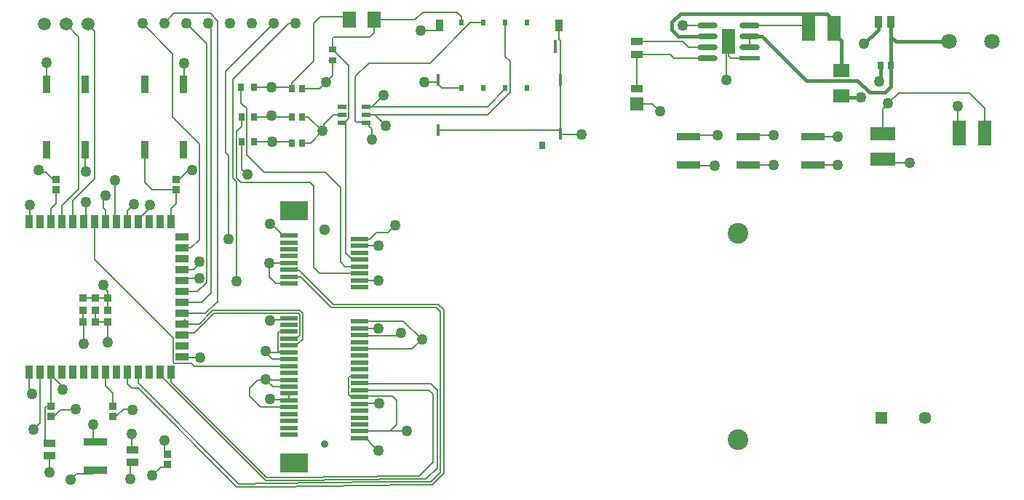
<source format=gtl>
G04*
G04 #@! TF.GenerationSoftware,Altium Limited,Altium Designer,24.8.2 (39)*
G04*
G04 Layer_Physical_Order=1*
G04 Layer_Color=255*
%FSLAX44Y44*%
%MOMM*%
G71*
G04*
G04 #@! TF.SameCoordinates,C4C63D13-D3AA-445C-89B5-11D78E456874*
G04*
G04*
G04 #@! TF.FilePolarity,Positive*
G04*
G01*
G75*
%ADD18R,1.5562X1.5544*%
%ADD19R,1.3500X0.9500*%
%ADD20R,0.6000X0.8000*%
%ADD21R,0.8000X0.8500*%
%ADD22R,0.4200X1.4000*%
%ADD23R,0.8700X1.4000*%
%ADD24R,0.4000X1.5000*%
%ADD25R,0.6500X0.9000*%
%ADD26R,0.7500X0.9000*%
%ADD27R,1.6038X2.8550*%
%ADD28R,0.9000X0.7500*%
%ADD29R,1.6038X1.8582*%
%ADD30R,0.9779X0.6096*%
%ADD31R,2.8550X1.6038*%
%ADD32R,0.8890X1.4986*%
%ADD33R,1.4986X0.8890*%
%ADD34R,0.8890X0.8890*%
%ADD35R,0.8582X0.8061*%
%ADD36R,2.0000X0.6000*%
%ADD37R,3.2000X2.3000*%
%ADD38R,2.8042X0.9531*%
%ADD39R,0.9500X1.3500*%
%ADD40R,1.9000X1.5000*%
%ADD41R,0.8636X2.0066*%
G04:AMPARAMS|DCode=42|XSize=2.3531mm|YSize=0.6221mm|CornerRadius=0.3111mm|HoleSize=0mm|Usage=FLASHONLY|Rotation=180.000|XOffset=0mm|YOffset=0mm|HoleType=Round|Shape=RoundedRectangle|*
%AMROUNDEDRECTD42*
21,1,2.3531,0.0000,0,0,180.0*
21,1,1.7310,0.6221,0,0,180.0*
1,1,0.6221,-0.8655,0.0000*
1,1,0.6221,0.8655,0.0000*
1,1,0.6221,0.8655,0.0000*
1,1,0.6221,-0.8655,0.0000*
%
%ADD42ROUNDEDRECTD42*%
%ADD43R,2.3531X0.6221*%
%ADD50R,1.4500X1.4500*%
%ADD51C,1.4500*%
%ADD52C,1.8034*%
%ADD53C,1.2700*%
%ADD54C,1.4986*%
%ADD56C,0.2032*%
%ADD57C,0.4060*%
%ADD58C,1.3000*%
%ADD59C,0.9000*%
%ADD60C,2.4000*%
D18*
X720090Y462542D02*
D03*
D19*
Y480060D02*
D03*
X36830Y67190D02*
D03*
Y52190D02*
D03*
X133350Y59570D02*
D03*
Y44570D02*
D03*
X720090Y534670D02*
D03*
Y519670D02*
D03*
D20*
X592470Y480640D02*
D03*
X567070D02*
D03*
X541670D02*
D03*
X516270D02*
D03*
X592470Y556840D02*
D03*
X567070D02*
D03*
X541670D02*
D03*
X516270D02*
D03*
D21*
X609870Y413640D02*
D03*
D22*
X631270Y427440D02*
D03*
Y490040D02*
D03*
X488970D02*
D03*
Y431440D02*
D03*
D23*
X490570Y553540D02*
D03*
X629570D02*
D03*
D24*
X625470Y528840D02*
D03*
D25*
X274690Y417830D02*
D03*
X260190D02*
D03*
X259820Y481330D02*
D03*
X274320D02*
D03*
X260190Y447185D02*
D03*
X274690D02*
D03*
D26*
X330470Y447200D02*
D03*
X318470D02*
D03*
Y416560D02*
D03*
X330470D02*
D03*
X318470Y480060D02*
D03*
X330470D02*
D03*
X1015650Y506730D02*
D03*
X1003650D02*
D03*
D27*
X1095224Y427990D02*
D03*
X1124736D02*
D03*
X919964Y549910D02*
D03*
X949476D02*
D03*
X826770Y534670D02*
D03*
D28*
X365760Y513430D02*
D03*
Y525430D02*
D03*
D29*
X385294Y560070D02*
D03*
X414806D02*
D03*
D30*
X377508Y449580D02*
D03*
X404813Y459080D02*
D03*
Y449580D02*
D03*
Y440080D02*
D03*
X377508D02*
D03*
Y459080D02*
D03*
D31*
X1005840Y427506D02*
D03*
Y397994D02*
D03*
D32*
X38370Y149720D02*
D03*
X51070D02*
D03*
X63770D02*
D03*
X76470D02*
D03*
X89170D02*
D03*
X101870D02*
D03*
X114570D02*
D03*
X127270D02*
D03*
X139970D02*
D03*
X152670D02*
D03*
X165370D02*
D03*
X178070D02*
D03*
Y324720D02*
D03*
X165370D02*
D03*
X152670D02*
D03*
X139970D02*
D03*
X127270D02*
D03*
X114570D02*
D03*
X101870D02*
D03*
X89170D02*
D03*
X76470D02*
D03*
X63770D02*
D03*
X51070D02*
D03*
X38370D02*
D03*
X25670D02*
D03*
Y149720D02*
D03*
X12970D02*
D03*
Y324720D02*
D03*
D33*
X190570Y167370D02*
D03*
Y180070D02*
D03*
Y192770D02*
D03*
Y205470D02*
D03*
Y218170D02*
D03*
Y230870D02*
D03*
Y243570D02*
D03*
Y256270D02*
D03*
Y268970D02*
D03*
Y281670D02*
D03*
Y294370D02*
D03*
Y307070D02*
D03*
D34*
X76170Y208220D02*
D03*
X90170Y222220D02*
D03*
X76170D02*
D03*
X90170Y208220D02*
D03*
X76170Y236220D02*
D03*
X90170D02*
D03*
X104170Y208220D02*
D03*
Y236220D02*
D03*
Y222220D02*
D03*
D35*
X38100Y110151D02*
D03*
Y98129D02*
D03*
X173990Y42249D02*
D03*
Y54271D02*
D03*
X110490Y98129D02*
D03*
Y110151D02*
D03*
X44450Y362289D02*
D03*
Y374311D02*
D03*
X184150Y362289D02*
D03*
Y374311D02*
D03*
D36*
X397510Y208920D02*
D03*
Y144920D02*
D03*
Y176920D02*
D03*
Y296920D02*
D03*
Y120920D02*
D03*
Y80920D02*
D03*
X315510Y276920D02*
D03*
Y252920D02*
D03*
Y196920D02*
D03*
Y140920D02*
D03*
Y172920D02*
D03*
Y164920D02*
D03*
Y108920D02*
D03*
Y132920D02*
D03*
X397510Y304920D02*
D03*
Y72920D02*
D03*
X315510Y116920D02*
D03*
Y124920D02*
D03*
Y212920D02*
D03*
Y260920D02*
D03*
Y268920D02*
D03*
Y284920D02*
D03*
Y292920D02*
D03*
Y300920D02*
D03*
Y308920D02*
D03*
Y204920D02*
D03*
Y188920D02*
D03*
Y180920D02*
D03*
Y156920D02*
D03*
Y148920D02*
D03*
Y100920D02*
D03*
Y92920D02*
D03*
Y84920D02*
D03*
Y76920D02*
D03*
X397510Y88920D02*
D03*
Y96920D02*
D03*
Y104920D02*
D03*
Y112920D02*
D03*
Y128920D02*
D03*
Y136920D02*
D03*
Y152920D02*
D03*
Y160920D02*
D03*
Y168920D02*
D03*
Y184920D02*
D03*
Y192920D02*
D03*
Y200920D02*
D03*
Y288920D02*
D03*
Y280920D02*
D03*
Y272920D02*
D03*
Y264920D02*
D03*
Y256920D02*
D03*
Y248920D02*
D03*
D37*
X321510Y337420D02*
D03*
Y44420D02*
D03*
D38*
X90170Y68820D02*
D03*
Y35320D02*
D03*
X924560Y390920D02*
D03*
Y424420D02*
D03*
X779780Y390920D02*
D03*
Y424420D02*
D03*
X849630Y390920D02*
D03*
Y424420D02*
D03*
D39*
X1015880Y557530D02*
D03*
X1000880D02*
D03*
D40*
X957580Y471410D02*
D03*
Y501410D02*
D03*
D41*
X147680Y485521D02*
D03*
X192680D02*
D03*
Y408559D02*
D03*
X147680D02*
D03*
X78380D02*
D03*
X33380D02*
D03*
Y485521D02*
D03*
X78380D02*
D03*
D42*
X851535Y528320D02*
D03*
Y541020D02*
D03*
Y553720D02*
D03*
X802004D02*
D03*
Y541020D02*
D03*
Y528320D02*
D03*
Y515620D02*
D03*
D43*
X851535D02*
D03*
D50*
X1004970Y96520D02*
D03*
D51*
X1054970D02*
D03*
D52*
X1083310Y534670D02*
D03*
X1133310D02*
D03*
D53*
X144780Y556260D02*
D03*
X170180D02*
D03*
X195580D02*
D03*
X220980D02*
D03*
X297180D02*
D03*
X322580D02*
D03*
X271780D02*
D03*
X246380D02*
D03*
X411480Y420370D02*
D03*
X427990Y436880D02*
D03*
X425450Y472440D02*
D03*
X472440Y487680D02*
D03*
X468630Y547370D02*
D03*
X655320Y426720D02*
D03*
X294640Y481330D02*
D03*
Y448310D02*
D03*
X295910Y417830D02*
D03*
X358140Y487680D02*
D03*
X354330Y430530D02*
D03*
X824230Y490220D02*
D03*
X1093470Y459740D02*
D03*
X1012344Y462788D02*
D03*
X746760Y453390D02*
D03*
X980440Y469900D02*
D03*
X1037590Y393700D02*
D03*
X210820Y278130D02*
D03*
X99060Y251460D02*
D03*
X104140Y184150D02*
D03*
X76200Y182880D02*
D03*
X78740Y347980D02*
D03*
X101600Y355600D02*
D03*
X113030Y373380D02*
D03*
X153670Y344170D02*
D03*
X134620Y345440D02*
D03*
X52070Y129540D02*
D03*
X16510Y124460D02*
D03*
X17780Y82550D02*
D03*
X67310Y106680D02*
D03*
X87630Y88900D02*
D03*
X953770Y391160D02*
D03*
Y424180D02*
D03*
X878840Y425450D02*
D03*
Y391160D02*
D03*
X60960Y24130D02*
D03*
X170180Y69850D02*
D03*
X130810Y25400D02*
D03*
X133350Y105410D02*
D03*
X210820Y259080D02*
D03*
X245110Y304800D02*
D03*
X254000Y255270D02*
D03*
X212090Y166370D02*
D03*
X293370Y209550D02*
D03*
X445770Y195580D02*
D03*
X469900Y187960D02*
D03*
X452120Y81280D02*
D03*
X419343Y200903D02*
D03*
X420370Y113030D02*
D03*
X419100Y58420D02*
D03*
X293370Y118110D02*
D03*
X288290Y140970D02*
D03*
Y173990D02*
D03*
X419100Y256540D02*
D03*
Y297180D02*
D03*
X292100Y276860D02*
D03*
X293370Y322580D02*
D03*
X13970Y344170D02*
D03*
X24130Y384810D02*
D03*
X33020Y510540D02*
D03*
X193040Y509270D02*
D03*
X810260Y389890D02*
D03*
X814070Y425450D02*
D03*
X984250Y532130D02*
D03*
X773430Y553720D02*
D03*
X132080Y77470D02*
D03*
X156210Y29210D02*
D03*
X36830Y33020D02*
D03*
X438792Y320943D02*
D03*
X202451Y385572D02*
D03*
X1001776Y488220D02*
D03*
X79248Y383794D02*
D03*
X266700Y379984D02*
D03*
D54*
X55880Y554990D02*
D03*
X81280D02*
D03*
X30480D02*
D03*
D56*
X274690Y417830D02*
X317200D01*
X406654Y440080D02*
X408686Y438048D01*
Y436206D02*
X411480Y433412D01*
Y420370D02*
Y433412D01*
X404813Y440080D02*
X406654D01*
X408686Y436206D02*
Y438048D01*
X415290Y449580D02*
X546243D01*
X415290D02*
X427990Y436880D01*
X404813Y449580D02*
X415290D01*
X412090Y459080D02*
X546510D01*
X412090D02*
X425450Y472440D01*
X404813Y459080D02*
X412090D01*
X393700Y440690D02*
X404202D01*
X392430Y441960D02*
X393700Y440690D01*
X392430Y441960D02*
Y494030D01*
X567070Y517418D02*
Y556840D01*
Y517418D02*
X572356Y512132D01*
X546243Y449580D02*
X572356Y475693D01*
Y512132D01*
X546510Y459080D02*
X567070Y479640D01*
X493470Y480640D02*
X516270D01*
X567070Y479640D02*
Y480640D01*
X479621Y509958D02*
X526503Y556840D01*
X541670D01*
X392430Y494030D02*
X408358Y509958D01*
X479621D01*
X404202Y440690D02*
X404813Y440080D01*
X488970Y485140D02*
X493470Y480640D01*
X488970Y485140D02*
Y488764D01*
X377508Y440080D02*
X379349D01*
X381381Y438048D01*
Y288816D02*
Y438048D01*
Y288816D02*
X387293Y282904D01*
X395526D01*
X397510Y280920D01*
X488970Y488764D02*
Y490040D01*
X487886Y487680D02*
X488970Y488764D01*
X472440Y487680D02*
X487886D01*
X487236Y547556D02*
X490570Y550890D01*
X468816Y547556D02*
X487236D01*
X468630Y547370D02*
X468816Y547556D01*
X490570Y550890D02*
Y553540D01*
X631270Y427440D02*
X631990Y426720D01*
X655320D01*
X629570Y537473D02*
Y553540D01*
Y537473D02*
X631270Y535773D01*
Y490040D02*
Y535773D01*
Y430356D02*
Y490040D01*
Y427440D02*
Y430356D01*
X488970Y431440D02*
X630186D01*
X631270Y430356D01*
X293515Y447185D02*
X294640Y448310D01*
X295750Y447200D01*
X318470D01*
X274690Y447185D02*
X293515D01*
X318778Y480367D02*
Y486418D01*
X344170Y511810D02*
Y556340D01*
X318470Y480060D02*
X318778Y480367D01*
Y486418D02*
X344170Y511810D01*
Y556340D02*
X351710Y563880D01*
X381484D01*
X385294Y560070D01*
X365760Y538268D02*
X367242Y539750D01*
X408940D01*
X365760Y525430D02*
Y538268D01*
X414806Y545616D02*
Y560070D01*
X408940Y539750D02*
X414806Y545616D01*
Y560070D02*
X462054D01*
X470945Y568960D01*
X511190D01*
X365760Y525430D02*
X366510D01*
X330470Y480060D02*
X350520D01*
X358140Y487680D01*
X365760Y495300D01*
Y513430D01*
X337660Y447200D02*
X354330Y430530D01*
X340360Y416560D02*
X354330Y430530D01*
X330470Y447200D02*
X337660D01*
X355768Y438318D02*
X367030Y449580D01*
X355768Y431968D02*
Y438318D01*
X354330Y430530D02*
X355768Y431968D01*
X367030Y449580D02*
X377508D01*
X274320Y481330D02*
X294640D01*
X317200D02*
X318470Y480060D01*
X294640Y481330D02*
X317200D01*
X259820Y463064D02*
X265938Y456946D01*
Y403098D02*
Y456946D01*
Y403098D02*
X286258Y382778D01*
X317200Y417830D02*
X318470Y416560D01*
X330470D02*
X340360D01*
X379349Y440080D02*
X384683Y445414D01*
Y507257D01*
X366510Y525430D02*
X384683Y507257D01*
X315468Y116962D02*
Y124920D01*
Y116920D02*
Y116962D01*
X193548Y205470D02*
Y210820D01*
X31496Y67190D02*
Y108627D01*
X511190Y568960D02*
X516270Y563880D01*
Y556840D02*
Y563880D01*
X824230Y490220D02*
Y532130D01*
X826770Y534670D01*
X1093470Y429744D02*
X1095224Y427990D01*
X1093470Y429744D02*
Y459740D01*
X1012344Y462506D02*
Y462788D01*
X1024536Y474980D01*
X1106956D02*
X1124736Y457200D01*
X1024536Y474980D02*
X1106956D01*
X737608Y462542D02*
X746760Y453390D01*
X720090Y462542D02*
X737608D01*
X1124736Y427990D02*
Y457200D01*
X362168Y513430D02*
X365760D01*
X851535Y553720D02*
X916154D01*
X416693Y312307D02*
X430156D01*
X780810Y425450D02*
X814070D01*
X104140Y184150D02*
Y208190D01*
X269240Y130810D02*
X278892Y140462D01*
X269240Y121920D02*
X282240Y108920D01*
X170975Y39235D02*
X173990Y42249D01*
X12970Y130887D02*
Y149720D01*
X36830Y33020D02*
Y52190D01*
X916154Y553720D02*
X919964Y549910D01*
X1010134Y393700D02*
X1037590D01*
X1005840Y397994D02*
X1010134Y393700D01*
X1005840Y427506D02*
Y456002D01*
X1012344Y462506D01*
X315468Y116962D02*
X315510Y116920D01*
X314915Y117515D02*
X315468Y116962D01*
X433070Y80920D02*
X451760D01*
X397510D02*
X433070D01*
X364490Y224790D02*
X486410D01*
X174768Y137002D02*
X288402Y23368D01*
X397510Y128920D02*
X478140D01*
X38370Y146672D02*
Y149720D01*
Y130064D02*
Y146672D01*
X204149Y268970D02*
X210820Y275641D01*
Y278130D01*
X99060Y248823D02*
X104170Y243713D01*
Y236220D02*
Y243713D01*
X99060Y248823D02*
Y251460D01*
X76170Y236220D02*
X90170D01*
X104140Y208190D02*
X104170Y208220D01*
X76170D02*
Y222220D01*
X76200Y182880D02*
Y208190D01*
X76170Y208220D02*
X76200Y208190D01*
X90170Y208220D02*
Y222220D01*
Y208220D02*
X104170D01*
X76470Y324720D02*
X78740Y326991D01*
Y347980D01*
X99559Y341080D02*
Y353559D01*
Y341080D02*
X101870Y338769D01*
X99559Y353559D02*
X101600Y355600D01*
X113030Y326260D02*
X114570Y324720D01*
X113030Y326260D02*
Y373380D01*
X153670Y341469D02*
Y344170D01*
X178070Y340360D02*
X184150Y346440D01*
X178070Y324720D02*
Y340360D01*
X139970Y327768D02*
X153670Y341469D01*
X139970Y324720D02*
Y327768D01*
X184150Y346440D02*
Y362289D01*
X127270Y338090D02*
X134620Y345440D01*
X127270Y324720D02*
Y338090D01*
X101870Y324720D02*
Y338769D01*
X38370Y146672D02*
X50029Y135013D01*
Y131581D02*
Y135013D01*
Y131581D02*
X52070Y129540D01*
X12970Y130887D02*
X16510Y127347D01*
Y124460D02*
Y127347D01*
X17780Y82550D02*
X25400Y90170D01*
Y149450D01*
X66539Y105909D02*
X67310Y106680D01*
X49607Y105909D02*
X66539D01*
X87630Y71360D02*
Y88900D01*
Y71360D02*
X90170Y68820D01*
X89556Y375036D02*
Y546714D01*
X63770Y349250D02*
X89556Y375036D01*
X63770Y324720D02*
Y349250D01*
X51070Y324720D02*
Y343678D01*
X70612Y363220D02*
Y540258D01*
X51070Y343678D02*
X70612Y363220D01*
X55880Y554990D02*
X70612Y540258D01*
X89170Y280670D02*
Y324720D01*
X25400Y149450D02*
X25670Y149720D01*
X41828Y98129D02*
X49607Y105909D01*
X924800Y391160D02*
X953770D01*
X924560Y390920D02*
X924800Y391160D01*
X924560Y424420D02*
X924800Y424180D01*
X953770D01*
X849630Y424420D02*
X850660Y425450D01*
X878840D01*
X849630Y390920D02*
X849870Y391160D01*
X878840D01*
X86420Y31571D02*
X90170Y35320D01*
X68401Y31571D02*
X86420D01*
X60960Y24130D02*
X68401Y31571D01*
X173729Y54271D02*
X173990D01*
X170715Y57285D02*
X173729Y54271D01*
X170715Y57285D02*
Y69315D01*
X170180Y69850D02*
X170715Y69315D01*
X130810Y25400D02*
Y42030D01*
X133350Y44570D01*
X38100Y98129D02*
X41828D01*
X114218D02*
X122936Y106848D01*
X131912D02*
X133350Y105410D01*
X122936Y106848D02*
X131912D01*
X110490Y98129D02*
X114218D01*
X193380Y259080D02*
X210820D01*
X190570Y256270D02*
X193380Y259080D01*
X195580Y556260D02*
X219710Y532130D01*
X209026Y243570D02*
X219710Y254254D01*
Y532130D01*
X220980Y553546D02*
Y556260D01*
Y553546D02*
X224790Y549736D01*
X213360Y230870D02*
X224790Y242300D01*
Y549736D01*
X190570Y243570D02*
X209026D01*
X190570Y268970D02*
X204149D01*
X218424Y218170D02*
X232410Y232156D01*
Y558800D01*
X223520Y567690D02*
X232410Y558800D01*
X245110Y304800D02*
Y402128D01*
X241300Y405938D02*
X245110Y402128D01*
X241300Y405938D02*
Y500380D01*
X254000Y255270D02*
Y371758D01*
X249936Y375822D02*
Y490737D01*
Y375822D02*
X254000Y371758D01*
X191570Y166370D02*
X212090D01*
X190570Y167370D02*
X191570Y166370D01*
X313825Y211235D02*
X315510Y212920D01*
X295055Y211235D02*
X313825D01*
X293370Y209550D02*
X295055Y211235D01*
X397510Y192920D02*
X398163Y192267D01*
X439571D01*
X442883Y195580D01*
X445770D01*
X458860Y176920D02*
X469900Y187960D01*
X397510Y176920D02*
X458860D01*
X448321Y209539D02*
X469900Y187960D01*
X398129Y209539D02*
X448321D01*
X440690Y88540D02*
Y116840D01*
X433070Y80920D02*
X440690Y88540D01*
X435864Y121666D02*
X440690Y116840D01*
X406494Y121666D02*
X435864D01*
X451760Y80920D02*
X452120Y81280D01*
X478140Y128920D02*
X482600Y124460D01*
Y44450D02*
Y124460D01*
X466682Y28532D02*
X482600Y44450D01*
X418044Y28532D02*
X466682D01*
X417749Y28236D02*
X418044Y28532D01*
X422244Y135890D02*
X480060D01*
X421720Y136414D02*
X422244Y135890D01*
X480060D02*
X487680Y128270D01*
Y38100D02*
Y128270D01*
X474810Y25230D02*
X487680Y38100D01*
X421661Y25047D02*
X421844Y25230D01*
X474810D01*
X423029Y21745D02*
X423212Y21928D01*
X420501Y21649D02*
X423029Y21745D01*
X423212Y21928D02*
X480398D01*
X296705Y15748D02*
X459835Y18626D01*
X480398Y21928D02*
X491490Y33020D01*
Y219710D01*
X486410Y224790D02*
X491490Y219710D01*
X397510Y208920D02*
X398129Y209539D01*
X397510Y200920D02*
X397518Y200912D01*
X419335D01*
X419343Y200903D01*
X459835Y18626D02*
X482176D01*
X495300Y31750D01*
Y222250D01*
X488950Y228600D02*
X495300Y222250D01*
X367030Y228600D02*
X488950D01*
X419189Y21632D02*
X420501Y21649D01*
X419116Y24934D02*
X421661Y25047D01*
X289174Y27265D02*
X290857D01*
X292820Y23368D02*
X419116Y24934D01*
X139970Y136890D02*
X257215Y19645D01*
X288402Y23368D02*
X292820D01*
X178070Y138370D02*
X289174Y27265D01*
X257215Y19645D02*
X258898D01*
X294188Y20066D02*
X419189Y21632D01*
X290857Y27265D02*
X417749Y28236D01*
X258898Y19645D02*
X294188Y20066D01*
X139970Y136890D02*
Y149720D01*
X139700Y130810D02*
X254762Y15748D01*
X296705D01*
X127000Y149450D02*
X127270Y149720D01*
X127000Y135890D02*
Y149450D01*
Y135890D02*
X132080Y130810D01*
X139700D01*
X168799Y143243D02*
X174768Y137002D01*
X165370Y149720D02*
X168799Y143243D01*
X178070Y138370D02*
Y149720D01*
X397510Y120920D02*
X406494Y121666D01*
Y113030D02*
X420370D01*
X397510Y112920D02*
X406494Y113030D01*
X385064Y123190D02*
X387334Y120920D01*
X397510D01*
X385064Y123190D02*
Y143510D01*
X386474Y144920D02*
X397510D01*
X385064Y143510D02*
X386474Y144920D01*
X411100Y66420D02*
X419100Y58420D01*
X406494Y70936D02*
X411010Y66420D01*
X411100D01*
X397510Y72920D02*
X406494Y70936D01*
X398016Y136414D02*
X421720D01*
X278892Y140462D02*
X287782D01*
X288290Y140970D01*
X269240Y121920D02*
Y130810D01*
X282240Y108920D02*
X315510D01*
X315468Y116920D02*
X315510D01*
X315468Y124920D02*
X315510D01*
X293370Y118110D02*
X293965Y117515D01*
X314915D01*
X288315Y140945D02*
X296340Y132920D01*
X288290Y140970D02*
X288315Y140945D01*
X296340Y132920D02*
X315510D01*
X288315Y140945D02*
X315485D01*
X315510Y140920D01*
X288290Y172720D02*
X296090Y164920D01*
X288290Y172720D02*
Y173990D01*
X296090Y164920D02*
X315510D01*
X205030Y156920D02*
X315510D01*
X201930Y160020D02*
X205030Y156920D01*
X289360Y172920D02*
X304800D01*
X315510D01*
X397510Y256920D02*
X397700Y256730D01*
X418910D01*
X419100Y256540D01*
X397510Y296920D02*
X397640Y297050D01*
X418970D01*
X419100Y297180D01*
X292100Y260697D02*
Y276860D01*
X299877Y252920D02*
X315510D01*
X292100Y260697D02*
X299877Y252920D01*
X254508Y375920D02*
X259588Y370840D01*
X339852D02*
X344424Y366268D01*
X259588Y370840D02*
X339852D01*
X315480Y276890D02*
X315510Y276920D01*
X292100Y276860D02*
X292130Y276890D01*
X315480D01*
X294850Y322580D02*
X308510Y308920D01*
X315510D01*
X293370Y322580D02*
X294850D01*
X12970Y324720D02*
X13970Y325720D01*
Y344170D01*
X32603Y382769D02*
X41062Y374311D01*
X24130Y384810D02*
X26171Y382769D01*
X32603D01*
X33020Y485881D02*
Y510540D01*
Y485881D02*
X33380Y485521D01*
X193040Y485881D02*
Y509270D01*
X192680Y485521D02*
X193040Y485881D01*
X779780Y390920D02*
X780810Y389890D01*
X810260D01*
X779780Y424420D02*
X780810Y425450D01*
X773430Y553720D02*
X802004D01*
X826770Y518160D02*
Y534670D01*
Y518160D02*
X829310Y515620D01*
X851535D01*
X132080Y60840D02*
X133350Y59570D01*
X132080Y60840D02*
Y77470D01*
X166235Y39235D02*
X170975D01*
X156210Y29210D02*
X166235Y39235D01*
X33020Y110151D02*
X38100D01*
X31496Y108627D02*
X33020Y110151D01*
X31496Y67190D02*
X36830D01*
X397510Y304920D02*
X409306D01*
X41062Y374311D02*
X44450D01*
X409306Y304920D02*
X416693Y312307D01*
X430156D02*
X438792Y320943D01*
X184150Y374311D02*
X187538D01*
X198800Y385572D01*
X202451D01*
X304362Y196920D02*
X315510D01*
X303022Y195580D02*
X304362Y196920D01*
X303022Y174698D02*
Y195580D01*
Y174698D02*
X304800Y172920D01*
X90170Y236220D02*
X104170D01*
Y222220D02*
X104394Y222444D01*
Y235996D01*
X104170Y236220D02*
X104394Y235996D01*
X38100Y110151D02*
Y129794D01*
X38370Y130064D01*
X720090Y480060D02*
Y519670D01*
X758952D01*
X763002Y515620D01*
X802004D01*
X851535Y528320D02*
Y541020D01*
X38370Y324720D02*
Y340360D01*
X44450Y346440D01*
Y362289D01*
X110490Y110151D02*
Y125476D01*
X101870Y134096D02*
X110490Y125476D01*
X101870Y134096D02*
Y149720D01*
X156231Y362289D02*
X184150D01*
X147680Y370840D02*
X156231Y362289D01*
X147680Y370840D02*
Y408559D01*
X1001776Y488220D02*
X1003650Y490094D01*
X78380Y384662D02*
X79248Y383794D01*
X78380Y384662D02*
Y408559D01*
X351028Y264920D02*
X397510D01*
X344424Y271524D02*
X351028Y264920D01*
X344424Y271524D02*
Y366268D01*
X254508Y375920D02*
Y430022D01*
X260190Y435704D01*
Y447185D01*
Y386494D02*
X266700Y379984D01*
X260190Y386494D02*
Y417830D01*
X380876Y272920D02*
X397510D01*
X375412Y278384D02*
X380876Y272920D01*
X375412Y278384D02*
Y365252D01*
X357886Y382778D02*
X375412Y365252D01*
X286258Y382778D02*
X357886D01*
X259820Y463064D02*
Y481330D01*
X1015650Y539640D02*
X1015880Y539870D01*
X720090Y534670D02*
X773430D01*
X779780Y528320D01*
X802004D01*
X274320Y480060D02*
Y481330D01*
X81280Y554990D02*
X89556Y546714D01*
X397510Y136920D02*
X398016Y136414D01*
X315510Y268920D02*
X316168Y268262D01*
X327368D01*
X367030Y228600D01*
X315510Y260920D02*
X315788Y260642D01*
X328638D01*
X364490Y224790D01*
X190570Y192770D02*
X195850D01*
X198390Y195311D01*
X205471D01*
X228366Y218206D02*
X326457D01*
X205471Y195311D02*
X228366Y218206D01*
X315510Y188920D02*
X317494Y190904D01*
X325727D02*
X327796Y192973D01*
X317494Y190904D02*
X325727D01*
X327796Y192973D02*
Y216867D01*
X326457Y218206D02*
X327796Y216867D01*
X190570Y205470D02*
X193548D01*
X194818Y207043D02*
Y210820D01*
X193548D02*
X194818D01*
X196120Y205741D02*
X210819D01*
X194818Y207043D02*
X196120Y205741D01*
X315510Y180920D02*
X317494Y182904D01*
X325727D01*
X331098Y188276D01*
X226587Y221508D02*
X327825D01*
X210819Y205741D02*
X226587Y221508D01*
X331098Y188276D02*
Y218235D01*
X327825Y221508D02*
X331098Y218235D01*
X249936Y490737D02*
X315459Y556260D01*
X322580D01*
X241300Y500380D02*
X297180Y556260D01*
X190570Y230870D02*
X213360D01*
X190570Y218170D02*
X218424D01*
X181610Y567690D02*
X223520D01*
X170180Y556260D02*
X181610Y567690D01*
X180086Y447040D02*
Y520954D01*
Y447040D02*
X211087Y416039D01*
X144780Y556260D02*
X180086Y520954D01*
X201184Y294370D02*
X211087Y304273D01*
X190570Y294370D02*
X201184D01*
X211087Y304273D02*
Y416039D01*
X89170Y280670D02*
X180340Y189500D01*
Y161290D02*
Y189500D01*
Y161290D02*
X181610Y160020D01*
X201930D01*
D57*
X943488Y555899D02*
X949476Y549910D01*
Y543654D02*
X957580Y535550D01*
Y501410D02*
Y535550D01*
X949476Y543654D02*
Y549910D01*
X943488Y555899D02*
Y565107D01*
X941109Y567485D02*
X943488Y565107D01*
X770685Y567485D02*
X941109D01*
X760730Y557530D02*
X770685Y567485D01*
X959090Y469900D02*
X980440D01*
X957580Y471410D02*
X959090Y469900D01*
X984250Y532130D02*
X1000880Y548760D01*
Y557530D01*
X760730Y548640D02*
Y557530D01*
Y548640D02*
X768350Y541020D01*
X802004D01*
X1015880Y539870D02*
X1021080Y534670D01*
X1083310D01*
X851535Y541020D02*
X865378D01*
X916940Y489458D01*
X976808D01*
X990778Y475488D01*
X1008538D01*
X1015650Y482600D01*
Y506730D01*
X1003650Y490094D02*
Y506730D01*
X1015880Y539870D02*
Y557530D01*
X1015650Y506730D02*
Y539640D01*
D58*
X356510Y315920D02*
D03*
D59*
Y65920D02*
D03*
D60*
X837370Y70910D02*
D03*
Y311360D02*
D03*
M02*

</source>
